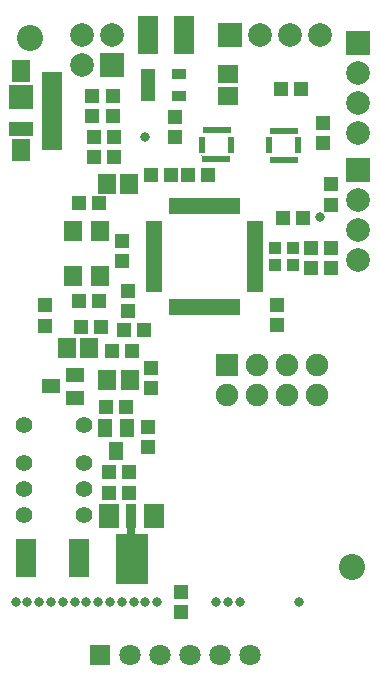
<source format=gts>
G04*
G04 #@! TF.GenerationSoftware,Altium Limited,Altium Designer,22.9.1 (49)*
G04*
G04 Layer_Color=8388736*
%FSLAX44Y44*%
%MOMM*%
G71*
G04*
G04 #@! TF.SameCoordinates,7A88E338-F056-4336-BEC6-008BA3D2BE7B*
G04*
G04*
G04 #@! TF.FilePolarity,Negative*
G04*
G01*
G75*
%ADD15R,1.2250X2.8000*%
%ADD16R,1.7750X6.6000*%
%ADD17R,2.4500X0.5500*%
%ADD18R,0.5500X1.4500*%
%ADD19R,0.0250X0.0250*%
%ADD20R,1.5032X1.7032*%
%ADD21R,1.3032X1.2032*%
%ADD22R,1.2032X1.6032*%
%ADD23R,1.6032X1.2032*%
%ADD24R,1.2032X1.3032*%
%ADD25R,1.6032X1.8032*%
%ADD26R,0.5032X1.4032*%
%ADD27R,1.4032X0.5032*%
%ADD28R,0.4500X0.5500*%
%ADD29R,0.5500X0.4500*%
%ADD30R,1.0032X1.1032*%
%ADD31R,1.7032X3.2032*%
%ADD32R,1.7032X1.5032*%
%ADD33R,1.2532X1.3032*%
%ADD34R,1.3032X1.2532*%
%ADD35R,1.2032X0.9032*%
%ADD36R,1.7532X1.6282*%
%ADD37R,1.5832X0.6532*%
%ADD38R,1.5032X1.8532*%
%ADD39R,2.1032X2.0032*%
%ADD40R,2.1032X1.2032*%
%ADD41R,1.7032X2.0032*%
%ADD42R,0.9032X2.0032*%
%ADD43C,0.7000*%
%ADD44R,2.7000X4.3000*%
%ADD45C,2.0032*%
%ADD46R,2.0032X2.0032*%
%ADD47R,2.0032X2.0032*%
%ADD48C,1.4032*%
%ADD49C,1.9000*%
%ADD50R,1.9000X1.9000*%
%ADD51R,1.8032X1.8032*%
%ADD52C,1.8032*%
%ADD53C,0.8032*%
%ADD54C,2.2032*%
D15*
X122125Y537500D02*
D03*
D16*
X40875Y516000D02*
D03*
D17*
X237000Y474500D02*
D03*
Y499000D02*
D03*
X180250Y499250D02*
D03*
X180000Y474750D02*
D03*
D18*
X249250Y486750D02*
D03*
X224750D02*
D03*
X167750Y487000D02*
D03*
X192250D02*
D03*
D19*
X167625Y477625D02*
D03*
D20*
X106250Y454250D02*
D03*
X87250D02*
D03*
X87500Y288000D02*
D03*
X106500D02*
D03*
X72500Y315000D02*
D03*
X53500D02*
D03*
D21*
X173000Y461250D02*
D03*
X156000D02*
D03*
X260250Y400000D02*
D03*
X277250D02*
D03*
X260250Y382500D02*
D03*
X277250D02*
D03*
X82500Y333000D02*
D03*
X65500D02*
D03*
X141500Y461500D02*
D03*
X124500D02*
D03*
X89000Y192500D02*
D03*
X106000D02*
D03*
X86500Y265000D02*
D03*
X103500D02*
D03*
X251500Y534000D02*
D03*
X234500D02*
D03*
X108500Y312500D02*
D03*
X91500D02*
D03*
X76500Y494000D02*
D03*
X93500D02*
D03*
D22*
X85500Y247500D02*
D03*
X104500D02*
D03*
X95000Y227500D02*
D03*
D23*
X60000Y292000D02*
D03*
Y273000D02*
D03*
X40000Y282500D02*
D03*
D24*
X35000Y334000D02*
D03*
Y351000D02*
D03*
X150000Y91500D02*
D03*
Y108500D02*
D03*
X100000Y406000D02*
D03*
Y389000D02*
D03*
X122500Y248500D02*
D03*
Y231500D02*
D03*
X125000Y298500D02*
D03*
Y281500D02*
D03*
X270000Y488500D02*
D03*
Y505500D02*
D03*
X92500Y528500D02*
D03*
Y511500D02*
D03*
D25*
X58500Y376000D02*
D03*
Y414000D02*
D03*
X81500Y376000D02*
D03*
Y414000D02*
D03*
D26*
X142500Y350000D02*
D03*
X147500D02*
D03*
X152500D02*
D03*
X157500D02*
D03*
X162500D02*
D03*
X167500D02*
D03*
X172500D02*
D03*
X177500D02*
D03*
X182500D02*
D03*
X187500D02*
D03*
X192500D02*
D03*
X197500D02*
D03*
X152500Y435000D02*
D03*
X147500D02*
D03*
X142500D02*
D03*
X192500D02*
D03*
X182500D02*
D03*
X177500D02*
D03*
X172500D02*
D03*
X162500D02*
D03*
X157500D02*
D03*
X167500D02*
D03*
X187500D02*
D03*
X197500D02*
D03*
D27*
X127500Y420000D02*
D03*
Y405000D02*
D03*
Y395000D02*
D03*
Y375000D02*
D03*
Y385000D02*
D03*
Y390000D02*
D03*
Y380000D02*
D03*
Y370000D02*
D03*
Y365000D02*
D03*
Y415000D02*
D03*
Y400000D02*
D03*
Y410000D02*
D03*
X212500D02*
D03*
Y415000D02*
D03*
Y420000D02*
D03*
Y365000D02*
D03*
Y370000D02*
D03*
Y380000D02*
D03*
Y385000D02*
D03*
Y390000D02*
D03*
Y400000D02*
D03*
Y405000D02*
D03*
Y395000D02*
D03*
Y375000D02*
D03*
D28*
X227000Y474500D02*
D03*
X232000D02*
D03*
X237000D02*
D03*
X242000D02*
D03*
X247000D02*
D03*
X227000Y499000D02*
D03*
X237000D02*
D03*
X232000D02*
D03*
X242000D02*
D03*
X247000D02*
D03*
X170000Y474750D02*
D03*
X175000D02*
D03*
X180000D02*
D03*
X185000D02*
D03*
X190000D02*
D03*
X170000Y499250D02*
D03*
X180000D02*
D03*
X175000D02*
D03*
X185000D02*
D03*
X190000D02*
D03*
D29*
X224750Y491750D02*
D03*
Y486750D02*
D03*
Y481750D02*
D03*
X249250Y486750D02*
D03*
Y481750D02*
D03*
Y491750D02*
D03*
X167750Y492000D02*
D03*
Y487000D02*
D03*
Y482000D02*
D03*
X192250Y487000D02*
D03*
Y482000D02*
D03*
Y492000D02*
D03*
D30*
X245000Y400000D02*
D03*
X230000D02*
D03*
X245000Y385000D02*
D03*
X230000D02*
D03*
D31*
X64000Y137500D02*
D03*
X19000D02*
D03*
X152500Y580000D02*
D03*
X122500D02*
D03*
D32*
X190000Y528000D02*
D03*
Y547000D02*
D03*
D33*
X277500Y436500D02*
D03*
Y453500D02*
D03*
X145000Y494000D02*
D03*
Y511000D02*
D03*
X75000Y528500D02*
D03*
Y511500D02*
D03*
X105000Y346500D02*
D03*
Y363500D02*
D03*
X231000Y334500D02*
D03*
Y351500D02*
D03*
D34*
X64000Y355000D02*
D03*
X81000D02*
D03*
Y437500D02*
D03*
X64000D02*
D03*
X89000Y210000D02*
D03*
X106000D02*
D03*
X253500Y425000D02*
D03*
X236500D02*
D03*
X101500Y330000D02*
D03*
X118500D02*
D03*
X76500Y476500D02*
D03*
X93500D02*
D03*
D35*
X122000Y547000D02*
D03*
Y537500D02*
D03*
Y528000D02*
D03*
X148000D02*
D03*
Y547000D02*
D03*
D36*
X40750Y540875D02*
D03*
Y491125D02*
D03*
D37*
X41600Y516000D02*
D03*
Y529000D02*
D03*
Y522500D02*
D03*
Y509500D02*
D03*
Y503000D02*
D03*
D38*
X15000Y549750D02*
D03*
Y482250D02*
D03*
D39*
Y527500D02*
D03*
D40*
Y500500D02*
D03*
D41*
X89000Y172500D02*
D03*
X127000D02*
D03*
D42*
X108000D02*
D03*
D43*
Y156500D02*
Y164250D01*
D44*
X108375Y136500D02*
D03*
D45*
X91700Y579700D02*
D03*
X66300Y554300D02*
D03*
Y579700D02*
D03*
X300000Y497100D02*
D03*
Y522500D02*
D03*
Y547900D02*
D03*
X268100Y580000D02*
D03*
X242700D02*
D03*
X217300D02*
D03*
X300000Y389600D02*
D03*
Y415000D02*
D03*
Y440400D02*
D03*
D46*
X91700Y554300D02*
D03*
X191900Y580000D02*
D03*
D47*
X300000Y573300D02*
D03*
X300000Y465800D02*
D03*
D48*
X68300Y249500D02*
D03*
X17500Y217500D02*
D03*
X68300D02*
D03*
Y173500D02*
D03*
Y195500D02*
D03*
X17500Y173500D02*
D03*
Y195500D02*
D03*
Y249500D02*
D03*
D49*
X189200Y275000D02*
D03*
X214600Y300400D02*
D03*
Y275000D02*
D03*
X240000D02*
D03*
Y300400D02*
D03*
X265400D02*
D03*
Y275000D02*
D03*
D50*
X189200Y300400D02*
D03*
D51*
X81700Y55000D02*
D03*
D52*
X107100D02*
D03*
X157900D02*
D03*
X183300D02*
D03*
X208700D02*
D03*
X132500D02*
D03*
D53*
X10000Y100000D02*
D03*
X250000D02*
D03*
X200000D02*
D03*
X190000D02*
D03*
X180000D02*
D03*
X130000D02*
D03*
X120000D02*
D03*
X110000D02*
D03*
X100000D02*
D03*
X90000D02*
D03*
X80000D02*
D03*
X70000D02*
D03*
X60000D02*
D03*
X50000D02*
D03*
X40000D02*
D03*
X30000D02*
D03*
X20000D02*
D03*
X268000Y425750D02*
D03*
X119250Y493750D02*
D03*
D54*
X22500Y577500D02*
D03*
X295000Y130000D02*
D03*
M02*

</source>
